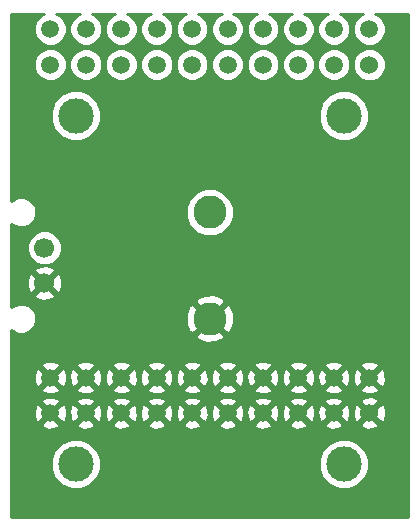
<source format=gbr>
G04 #@! TF.GenerationSoftware,KiCad,Pcbnew,(5.0.0)*
G04 #@! TF.CreationDate,2019-04-06T14:19:34-05:00*
G04 #@! TF.ProjectId,TemperaturePower,54656D7065726174757265506F776572,rev?*
G04 #@! TF.SameCoordinates,Original*
G04 #@! TF.FileFunction,Copper,L2,Bot,Signal*
G04 #@! TF.FilePolarity,Positive*
%FSLAX46Y46*%
G04 Gerber Fmt 4.6, Leading zero omitted, Abs format (unit mm)*
G04 Created by KiCad (PCBNEW (5.0.0)) date 04/06/19 14:19:34*
%MOMM*%
%LPD*%
G01*
G04 APERTURE LIST*
G04 #@! TA.AperFunction,ComponentPad*
%ADD10C,1.524000*%
G04 #@! TD*
G04 #@! TA.AperFunction,ComponentPad*
%ADD11C,1.500000*%
G04 #@! TD*
G04 #@! TA.AperFunction,ComponentPad*
%ADD12C,3.000000*%
G04 #@! TD*
G04 #@! TA.AperFunction,ComponentPad*
%ADD13C,1.700000*%
G04 #@! TD*
G04 #@! TA.AperFunction,ComponentPad*
%ADD14C,2.800000*%
G04 #@! TD*
G04 #@! TA.AperFunction,Conductor*
%ADD15C,0.254000*%
G04 #@! TD*
G04 APERTURE END LIST*
D10*
G04 #@! TO.P,J1,1*
G04 #@! TO.N,VCC*
X148500000Y-101500000D03*
D11*
G04 #@! TO.P,J1,2*
X145500000Y-101500000D03*
G04 #@! TO.P,J1,3*
X142500000Y-101500000D03*
G04 #@! TO.P,J1,4*
X139500000Y-101500000D03*
G04 #@! TO.P,J1,5*
X136500000Y-101500000D03*
G04 #@! TO.P,J1,6*
X133500000Y-101500000D03*
G04 #@! TO.P,J1,7*
X130500000Y-101500000D03*
G04 #@! TO.P,J1,8*
X127500000Y-101500000D03*
G04 #@! TO.P,J1,9*
X124500000Y-101500000D03*
G04 #@! TO.P,J1,10*
X121500000Y-101500000D03*
G04 #@! TO.P,J1,11*
X148500000Y-98500000D03*
G04 #@! TO.P,J1,12*
X145500000Y-98500000D03*
G04 #@! TO.P,J1,13*
X142500000Y-98500000D03*
G04 #@! TO.P,J1,14*
X139500000Y-98500000D03*
G04 #@! TO.P,J1,15*
X136500000Y-98500000D03*
G04 #@! TO.P,J1,16*
X133500000Y-98500000D03*
G04 #@! TO.P,J1,17*
X130500000Y-98500000D03*
G04 #@! TO.P,J1,18*
X127500000Y-98500000D03*
G04 #@! TO.P,J1,19*
X124500000Y-98500000D03*
G04 #@! TO.P,J1,20*
X121500000Y-98500000D03*
D12*
G04 #@! TO.P,J1,*
G04 #@! TO.N,*
X146350000Y-105820000D03*
X123650000Y-105820000D03*
G04 #@! TD*
D13*
G04 #@! TO.P,J2,1*
G04 #@! TO.N,GND*
X121000000Y-120000000D03*
G04 #@! TO.P,J2,2*
G04 #@! TO.N,VCC*
X121000000Y-117000000D03*
G04 #@! TD*
D12*
G04 #@! TO.P,J3,*
G04 #@! TO.N,*
X123650000Y-135320000D03*
X146350000Y-135320000D03*
D11*
G04 #@! TO.P,J3,20*
G04 #@! TO.N,GND*
X121500000Y-128000000D03*
G04 #@! TO.P,J3,19*
X124500000Y-128000000D03*
G04 #@! TO.P,J3,18*
X127500000Y-128000000D03*
G04 #@! TO.P,J3,17*
X130500000Y-128000000D03*
G04 #@! TO.P,J3,16*
X133500000Y-128000000D03*
G04 #@! TO.P,J3,15*
X136500000Y-128000000D03*
G04 #@! TO.P,J3,14*
X139500000Y-128000000D03*
G04 #@! TO.P,J3,13*
X142500000Y-128000000D03*
G04 #@! TO.P,J3,12*
X145500000Y-128000000D03*
G04 #@! TO.P,J3,11*
X148500000Y-128000000D03*
G04 #@! TO.P,J3,10*
X121500000Y-131000000D03*
G04 #@! TO.P,J3,9*
X124500000Y-131000000D03*
G04 #@! TO.P,J3,8*
X127500000Y-131000000D03*
G04 #@! TO.P,J3,7*
X130500000Y-131000000D03*
G04 #@! TO.P,J3,6*
X133500000Y-131000000D03*
G04 #@! TO.P,J3,5*
X136500000Y-131000000D03*
G04 #@! TO.P,J3,4*
X139500000Y-131000000D03*
G04 #@! TO.P,J3,3*
X142500000Y-131000000D03*
G04 #@! TO.P,J3,2*
X145500000Y-131000000D03*
D10*
G04 #@! TO.P,J3,1*
X148500000Y-131000000D03*
G04 #@! TD*
D14*
G04 #@! TO.P,VCC,1*
G04 #@! TO.N,VCC*
X135000000Y-114000000D03*
G04 #@! TD*
G04 #@! TO.P,GND,1*
G04 #@! TO.N,GND*
X135000000Y-123000000D03*
G04 #@! TD*
D15*
G04 #@! TO.N,GND*
G36*
X120715460Y-97325853D02*
X120325853Y-97715460D01*
X120115000Y-98224506D01*
X120115000Y-98775494D01*
X120325853Y-99284540D01*
X120715460Y-99674147D01*
X121224506Y-99885000D01*
X121775494Y-99885000D01*
X122284540Y-99674147D01*
X122674147Y-99284540D01*
X122885000Y-98775494D01*
X122885000Y-98224506D01*
X122674147Y-97715460D01*
X122284540Y-97325853D01*
X122004845Y-97210000D01*
X123995155Y-97210000D01*
X123715460Y-97325853D01*
X123325853Y-97715460D01*
X123115000Y-98224506D01*
X123115000Y-98775494D01*
X123325853Y-99284540D01*
X123715460Y-99674147D01*
X124224506Y-99885000D01*
X124775494Y-99885000D01*
X125284540Y-99674147D01*
X125674147Y-99284540D01*
X125885000Y-98775494D01*
X125885000Y-98224506D01*
X125674147Y-97715460D01*
X125284540Y-97325853D01*
X125004845Y-97210000D01*
X126995155Y-97210000D01*
X126715460Y-97325853D01*
X126325853Y-97715460D01*
X126115000Y-98224506D01*
X126115000Y-98775494D01*
X126325853Y-99284540D01*
X126715460Y-99674147D01*
X127224506Y-99885000D01*
X127775494Y-99885000D01*
X128284540Y-99674147D01*
X128674147Y-99284540D01*
X128885000Y-98775494D01*
X128885000Y-98224506D01*
X128674147Y-97715460D01*
X128284540Y-97325853D01*
X128004845Y-97210000D01*
X129995155Y-97210000D01*
X129715460Y-97325853D01*
X129325853Y-97715460D01*
X129115000Y-98224506D01*
X129115000Y-98775494D01*
X129325853Y-99284540D01*
X129715460Y-99674147D01*
X130224506Y-99885000D01*
X130775494Y-99885000D01*
X131284540Y-99674147D01*
X131674147Y-99284540D01*
X131885000Y-98775494D01*
X131885000Y-98224506D01*
X131674147Y-97715460D01*
X131284540Y-97325853D01*
X131004845Y-97210000D01*
X132995155Y-97210000D01*
X132715460Y-97325853D01*
X132325853Y-97715460D01*
X132115000Y-98224506D01*
X132115000Y-98775494D01*
X132325853Y-99284540D01*
X132715460Y-99674147D01*
X133224506Y-99885000D01*
X133775494Y-99885000D01*
X134284540Y-99674147D01*
X134674147Y-99284540D01*
X134885000Y-98775494D01*
X134885000Y-98224506D01*
X134674147Y-97715460D01*
X134284540Y-97325853D01*
X134004845Y-97210000D01*
X135995155Y-97210000D01*
X135715460Y-97325853D01*
X135325853Y-97715460D01*
X135115000Y-98224506D01*
X135115000Y-98775494D01*
X135325853Y-99284540D01*
X135715460Y-99674147D01*
X136224506Y-99885000D01*
X136775494Y-99885000D01*
X137284540Y-99674147D01*
X137674147Y-99284540D01*
X137885000Y-98775494D01*
X137885000Y-98224506D01*
X137674147Y-97715460D01*
X137284540Y-97325853D01*
X137004845Y-97210000D01*
X138995155Y-97210000D01*
X138715460Y-97325853D01*
X138325853Y-97715460D01*
X138115000Y-98224506D01*
X138115000Y-98775494D01*
X138325853Y-99284540D01*
X138715460Y-99674147D01*
X139224506Y-99885000D01*
X139775494Y-99885000D01*
X140284540Y-99674147D01*
X140674147Y-99284540D01*
X140885000Y-98775494D01*
X140885000Y-98224506D01*
X140674147Y-97715460D01*
X140284540Y-97325853D01*
X140004845Y-97210000D01*
X141995155Y-97210000D01*
X141715460Y-97325853D01*
X141325853Y-97715460D01*
X141115000Y-98224506D01*
X141115000Y-98775494D01*
X141325853Y-99284540D01*
X141715460Y-99674147D01*
X142224506Y-99885000D01*
X142775494Y-99885000D01*
X143284540Y-99674147D01*
X143674147Y-99284540D01*
X143885000Y-98775494D01*
X143885000Y-98224506D01*
X143674147Y-97715460D01*
X143284540Y-97325853D01*
X143004845Y-97210000D01*
X144995155Y-97210000D01*
X144715460Y-97325853D01*
X144325853Y-97715460D01*
X144115000Y-98224506D01*
X144115000Y-98775494D01*
X144325853Y-99284540D01*
X144715460Y-99674147D01*
X145224506Y-99885000D01*
X145775494Y-99885000D01*
X146284540Y-99674147D01*
X146674147Y-99284540D01*
X146885000Y-98775494D01*
X146885000Y-98224506D01*
X146674147Y-97715460D01*
X146284540Y-97325853D01*
X146004845Y-97210000D01*
X147995155Y-97210000D01*
X147715460Y-97325853D01*
X147325853Y-97715460D01*
X147115000Y-98224506D01*
X147115000Y-98775494D01*
X147325853Y-99284540D01*
X147715460Y-99674147D01*
X148224506Y-99885000D01*
X148775494Y-99885000D01*
X149284540Y-99674147D01*
X149674147Y-99284540D01*
X149885000Y-98775494D01*
X149885000Y-98224506D01*
X149674147Y-97715460D01*
X149284540Y-97325853D01*
X149004845Y-97210000D01*
X151790000Y-97210000D01*
X151790001Y-139790000D01*
X118210000Y-139790000D01*
X118210000Y-134895322D01*
X121515000Y-134895322D01*
X121515000Y-135744678D01*
X121840034Y-136529380D01*
X122440620Y-137129966D01*
X123225322Y-137455000D01*
X124074678Y-137455000D01*
X124859380Y-137129966D01*
X125459966Y-136529380D01*
X125785000Y-135744678D01*
X125785000Y-134895322D01*
X144215000Y-134895322D01*
X144215000Y-135744678D01*
X144540034Y-136529380D01*
X145140620Y-137129966D01*
X145925322Y-137455000D01*
X146774678Y-137455000D01*
X147559380Y-137129966D01*
X148159966Y-136529380D01*
X148485000Y-135744678D01*
X148485000Y-134895322D01*
X148159966Y-134110620D01*
X147559380Y-133510034D01*
X146774678Y-133185000D01*
X145925322Y-133185000D01*
X145140620Y-133510034D01*
X144540034Y-134110620D01*
X144215000Y-134895322D01*
X125785000Y-134895322D01*
X125459966Y-134110620D01*
X124859380Y-133510034D01*
X124074678Y-133185000D01*
X123225322Y-133185000D01*
X122440620Y-133510034D01*
X121840034Y-134110620D01*
X121515000Y-134895322D01*
X118210000Y-134895322D01*
X118210000Y-131971517D01*
X120708088Y-131971517D01*
X120776077Y-132212460D01*
X121295171Y-132397201D01*
X121845448Y-132369230D01*
X122223923Y-132212460D01*
X122291912Y-131971517D01*
X123708088Y-131971517D01*
X123776077Y-132212460D01*
X124295171Y-132397201D01*
X124845448Y-132369230D01*
X125223923Y-132212460D01*
X125291912Y-131971517D01*
X126708088Y-131971517D01*
X126776077Y-132212460D01*
X127295171Y-132397201D01*
X127845448Y-132369230D01*
X128223923Y-132212460D01*
X128291912Y-131971517D01*
X129708088Y-131971517D01*
X129776077Y-132212460D01*
X130295171Y-132397201D01*
X130845448Y-132369230D01*
X131223923Y-132212460D01*
X131291912Y-131971517D01*
X132708088Y-131971517D01*
X132776077Y-132212460D01*
X133295171Y-132397201D01*
X133845448Y-132369230D01*
X134223923Y-132212460D01*
X134291912Y-131971517D01*
X135708088Y-131971517D01*
X135776077Y-132212460D01*
X136295171Y-132397201D01*
X136845448Y-132369230D01*
X137223923Y-132212460D01*
X137291912Y-131971517D01*
X138708088Y-131971517D01*
X138776077Y-132212460D01*
X139295171Y-132397201D01*
X139845448Y-132369230D01*
X140223923Y-132212460D01*
X140291912Y-131971517D01*
X141708088Y-131971517D01*
X141776077Y-132212460D01*
X142295171Y-132397201D01*
X142845448Y-132369230D01*
X143223923Y-132212460D01*
X143291912Y-131971517D01*
X144708088Y-131971517D01*
X144776077Y-132212460D01*
X145295171Y-132397201D01*
X145845448Y-132369230D01*
X146223923Y-132212460D01*
X146289458Y-131980213D01*
X147699392Y-131980213D01*
X147768857Y-132222397D01*
X148292302Y-132409144D01*
X148847368Y-132381362D01*
X149231143Y-132222397D01*
X149300608Y-131980213D01*
X148500000Y-131179605D01*
X147699392Y-131980213D01*
X146289458Y-131980213D01*
X146291912Y-131971517D01*
X145500000Y-131179605D01*
X144708088Y-131971517D01*
X143291912Y-131971517D01*
X142500000Y-131179605D01*
X141708088Y-131971517D01*
X140291912Y-131971517D01*
X139500000Y-131179605D01*
X138708088Y-131971517D01*
X137291912Y-131971517D01*
X136500000Y-131179605D01*
X135708088Y-131971517D01*
X134291912Y-131971517D01*
X133500000Y-131179605D01*
X132708088Y-131971517D01*
X131291912Y-131971517D01*
X130500000Y-131179605D01*
X129708088Y-131971517D01*
X128291912Y-131971517D01*
X127500000Y-131179605D01*
X126708088Y-131971517D01*
X125291912Y-131971517D01*
X124500000Y-131179605D01*
X123708088Y-131971517D01*
X122291912Y-131971517D01*
X121500000Y-131179605D01*
X120708088Y-131971517D01*
X118210000Y-131971517D01*
X118210000Y-130795171D01*
X120102799Y-130795171D01*
X120130770Y-131345448D01*
X120287540Y-131723923D01*
X120528483Y-131791912D01*
X121320395Y-131000000D01*
X121679605Y-131000000D01*
X122471517Y-131791912D01*
X122712460Y-131723923D01*
X122897201Y-131204829D01*
X122876378Y-130795171D01*
X123102799Y-130795171D01*
X123130770Y-131345448D01*
X123287540Y-131723923D01*
X123528483Y-131791912D01*
X124320395Y-131000000D01*
X124679605Y-131000000D01*
X125471517Y-131791912D01*
X125712460Y-131723923D01*
X125897201Y-131204829D01*
X125876378Y-130795171D01*
X126102799Y-130795171D01*
X126130770Y-131345448D01*
X126287540Y-131723923D01*
X126528483Y-131791912D01*
X127320395Y-131000000D01*
X127679605Y-131000000D01*
X128471517Y-131791912D01*
X128712460Y-131723923D01*
X128897201Y-131204829D01*
X128876378Y-130795171D01*
X129102799Y-130795171D01*
X129130770Y-131345448D01*
X129287540Y-131723923D01*
X129528483Y-131791912D01*
X130320395Y-131000000D01*
X130679605Y-131000000D01*
X131471517Y-131791912D01*
X131712460Y-131723923D01*
X131897201Y-131204829D01*
X131876378Y-130795171D01*
X132102799Y-130795171D01*
X132130770Y-131345448D01*
X132287540Y-131723923D01*
X132528483Y-131791912D01*
X133320395Y-131000000D01*
X133679605Y-131000000D01*
X134471517Y-131791912D01*
X134712460Y-131723923D01*
X134897201Y-131204829D01*
X134876378Y-130795171D01*
X135102799Y-130795171D01*
X135130770Y-131345448D01*
X135287540Y-131723923D01*
X135528483Y-131791912D01*
X136320395Y-131000000D01*
X136679605Y-131000000D01*
X137471517Y-131791912D01*
X137712460Y-131723923D01*
X137897201Y-131204829D01*
X137876378Y-130795171D01*
X138102799Y-130795171D01*
X138130770Y-131345448D01*
X138287540Y-131723923D01*
X138528483Y-131791912D01*
X139320395Y-131000000D01*
X139679605Y-131000000D01*
X140471517Y-131791912D01*
X140712460Y-131723923D01*
X140897201Y-131204829D01*
X140876378Y-130795171D01*
X141102799Y-130795171D01*
X141130770Y-131345448D01*
X141287540Y-131723923D01*
X141528483Y-131791912D01*
X142320395Y-131000000D01*
X142679605Y-131000000D01*
X143471517Y-131791912D01*
X143712460Y-131723923D01*
X143897201Y-131204829D01*
X143876378Y-130795171D01*
X144102799Y-130795171D01*
X144130770Y-131345448D01*
X144287540Y-131723923D01*
X144528483Y-131791912D01*
X145320395Y-131000000D01*
X145679605Y-131000000D01*
X146471517Y-131791912D01*
X146712460Y-131723923D01*
X146897201Y-131204829D01*
X146876232Y-130792302D01*
X147090856Y-130792302D01*
X147118638Y-131347368D01*
X147277603Y-131731143D01*
X147519787Y-131800608D01*
X148320395Y-131000000D01*
X148679605Y-131000000D01*
X149480213Y-131800608D01*
X149722397Y-131731143D01*
X149909144Y-131207698D01*
X149881362Y-130652632D01*
X149722397Y-130268857D01*
X149480213Y-130199392D01*
X148679605Y-131000000D01*
X148320395Y-131000000D01*
X147519787Y-130199392D01*
X147277603Y-130268857D01*
X147090856Y-130792302D01*
X146876232Y-130792302D01*
X146869230Y-130654552D01*
X146712460Y-130276077D01*
X146471517Y-130208088D01*
X145679605Y-131000000D01*
X145320395Y-131000000D01*
X144528483Y-130208088D01*
X144287540Y-130276077D01*
X144102799Y-130795171D01*
X143876378Y-130795171D01*
X143869230Y-130654552D01*
X143712460Y-130276077D01*
X143471517Y-130208088D01*
X142679605Y-131000000D01*
X142320395Y-131000000D01*
X141528483Y-130208088D01*
X141287540Y-130276077D01*
X141102799Y-130795171D01*
X140876378Y-130795171D01*
X140869230Y-130654552D01*
X140712460Y-130276077D01*
X140471517Y-130208088D01*
X139679605Y-131000000D01*
X139320395Y-131000000D01*
X138528483Y-130208088D01*
X138287540Y-130276077D01*
X138102799Y-130795171D01*
X137876378Y-130795171D01*
X137869230Y-130654552D01*
X137712460Y-130276077D01*
X137471517Y-130208088D01*
X136679605Y-131000000D01*
X136320395Y-131000000D01*
X135528483Y-130208088D01*
X135287540Y-130276077D01*
X135102799Y-130795171D01*
X134876378Y-130795171D01*
X134869230Y-130654552D01*
X134712460Y-130276077D01*
X134471517Y-130208088D01*
X133679605Y-131000000D01*
X133320395Y-131000000D01*
X132528483Y-130208088D01*
X132287540Y-130276077D01*
X132102799Y-130795171D01*
X131876378Y-130795171D01*
X131869230Y-130654552D01*
X131712460Y-130276077D01*
X131471517Y-130208088D01*
X130679605Y-131000000D01*
X130320395Y-131000000D01*
X129528483Y-130208088D01*
X129287540Y-130276077D01*
X129102799Y-130795171D01*
X128876378Y-130795171D01*
X128869230Y-130654552D01*
X128712460Y-130276077D01*
X128471517Y-130208088D01*
X127679605Y-131000000D01*
X127320395Y-131000000D01*
X126528483Y-130208088D01*
X126287540Y-130276077D01*
X126102799Y-130795171D01*
X125876378Y-130795171D01*
X125869230Y-130654552D01*
X125712460Y-130276077D01*
X125471517Y-130208088D01*
X124679605Y-131000000D01*
X124320395Y-131000000D01*
X123528483Y-130208088D01*
X123287540Y-130276077D01*
X123102799Y-130795171D01*
X122876378Y-130795171D01*
X122869230Y-130654552D01*
X122712460Y-130276077D01*
X122471517Y-130208088D01*
X121679605Y-131000000D01*
X121320395Y-131000000D01*
X120528483Y-130208088D01*
X120287540Y-130276077D01*
X120102799Y-130795171D01*
X118210000Y-130795171D01*
X118210000Y-130028483D01*
X120708088Y-130028483D01*
X121500000Y-130820395D01*
X122291912Y-130028483D01*
X123708088Y-130028483D01*
X124500000Y-130820395D01*
X125291912Y-130028483D01*
X126708088Y-130028483D01*
X127500000Y-130820395D01*
X128291912Y-130028483D01*
X129708088Y-130028483D01*
X130500000Y-130820395D01*
X131291912Y-130028483D01*
X132708088Y-130028483D01*
X133500000Y-130820395D01*
X134291912Y-130028483D01*
X135708088Y-130028483D01*
X136500000Y-130820395D01*
X137291912Y-130028483D01*
X138708088Y-130028483D01*
X139500000Y-130820395D01*
X140291912Y-130028483D01*
X141708088Y-130028483D01*
X142500000Y-130820395D01*
X143291912Y-130028483D01*
X144708088Y-130028483D01*
X145500000Y-130820395D01*
X146291912Y-130028483D01*
X146289459Y-130019787D01*
X147699392Y-130019787D01*
X148500000Y-130820395D01*
X149300608Y-130019787D01*
X149231143Y-129777603D01*
X148707698Y-129590856D01*
X148152632Y-129618638D01*
X147768857Y-129777603D01*
X147699392Y-130019787D01*
X146289459Y-130019787D01*
X146223923Y-129787540D01*
X145704829Y-129602799D01*
X145154552Y-129630770D01*
X144776077Y-129787540D01*
X144708088Y-130028483D01*
X143291912Y-130028483D01*
X143223923Y-129787540D01*
X142704829Y-129602799D01*
X142154552Y-129630770D01*
X141776077Y-129787540D01*
X141708088Y-130028483D01*
X140291912Y-130028483D01*
X140223923Y-129787540D01*
X139704829Y-129602799D01*
X139154552Y-129630770D01*
X138776077Y-129787540D01*
X138708088Y-130028483D01*
X137291912Y-130028483D01*
X137223923Y-129787540D01*
X136704829Y-129602799D01*
X136154552Y-129630770D01*
X135776077Y-129787540D01*
X135708088Y-130028483D01*
X134291912Y-130028483D01*
X134223923Y-129787540D01*
X133704829Y-129602799D01*
X133154552Y-129630770D01*
X132776077Y-129787540D01*
X132708088Y-130028483D01*
X131291912Y-130028483D01*
X131223923Y-129787540D01*
X130704829Y-129602799D01*
X130154552Y-129630770D01*
X129776077Y-129787540D01*
X129708088Y-130028483D01*
X128291912Y-130028483D01*
X128223923Y-129787540D01*
X127704829Y-129602799D01*
X127154552Y-129630770D01*
X126776077Y-129787540D01*
X126708088Y-130028483D01*
X125291912Y-130028483D01*
X125223923Y-129787540D01*
X124704829Y-129602799D01*
X124154552Y-129630770D01*
X123776077Y-129787540D01*
X123708088Y-130028483D01*
X122291912Y-130028483D01*
X122223923Y-129787540D01*
X121704829Y-129602799D01*
X121154552Y-129630770D01*
X120776077Y-129787540D01*
X120708088Y-130028483D01*
X118210000Y-130028483D01*
X118210000Y-128971517D01*
X120708088Y-128971517D01*
X120776077Y-129212460D01*
X121295171Y-129397201D01*
X121845448Y-129369230D01*
X122223923Y-129212460D01*
X122291912Y-128971517D01*
X123708088Y-128971517D01*
X123776077Y-129212460D01*
X124295171Y-129397201D01*
X124845448Y-129369230D01*
X125223923Y-129212460D01*
X125291912Y-128971517D01*
X126708088Y-128971517D01*
X126776077Y-129212460D01*
X127295171Y-129397201D01*
X127845448Y-129369230D01*
X128223923Y-129212460D01*
X128291912Y-128971517D01*
X129708088Y-128971517D01*
X129776077Y-129212460D01*
X130295171Y-129397201D01*
X130845448Y-129369230D01*
X131223923Y-129212460D01*
X131291912Y-128971517D01*
X132708088Y-128971517D01*
X132776077Y-129212460D01*
X133295171Y-129397201D01*
X133845448Y-129369230D01*
X134223923Y-129212460D01*
X134291912Y-128971517D01*
X135708088Y-128971517D01*
X135776077Y-129212460D01*
X136295171Y-129397201D01*
X136845448Y-129369230D01*
X137223923Y-129212460D01*
X137291912Y-128971517D01*
X138708088Y-128971517D01*
X138776077Y-129212460D01*
X139295171Y-129397201D01*
X139845448Y-129369230D01*
X140223923Y-129212460D01*
X140291912Y-128971517D01*
X141708088Y-128971517D01*
X141776077Y-129212460D01*
X142295171Y-129397201D01*
X142845448Y-129369230D01*
X143223923Y-129212460D01*
X143291912Y-128971517D01*
X144708088Y-128971517D01*
X144776077Y-129212460D01*
X145295171Y-129397201D01*
X145845448Y-129369230D01*
X146223923Y-129212460D01*
X146291912Y-128971517D01*
X147708088Y-128971517D01*
X147776077Y-129212460D01*
X148295171Y-129397201D01*
X148845448Y-129369230D01*
X149223923Y-129212460D01*
X149291912Y-128971517D01*
X148500000Y-128179605D01*
X147708088Y-128971517D01*
X146291912Y-128971517D01*
X145500000Y-128179605D01*
X144708088Y-128971517D01*
X143291912Y-128971517D01*
X142500000Y-128179605D01*
X141708088Y-128971517D01*
X140291912Y-128971517D01*
X139500000Y-128179605D01*
X138708088Y-128971517D01*
X137291912Y-128971517D01*
X136500000Y-128179605D01*
X135708088Y-128971517D01*
X134291912Y-128971517D01*
X133500000Y-128179605D01*
X132708088Y-128971517D01*
X131291912Y-128971517D01*
X130500000Y-128179605D01*
X129708088Y-128971517D01*
X128291912Y-128971517D01*
X127500000Y-128179605D01*
X126708088Y-128971517D01*
X125291912Y-128971517D01*
X124500000Y-128179605D01*
X123708088Y-128971517D01*
X122291912Y-128971517D01*
X121500000Y-128179605D01*
X120708088Y-128971517D01*
X118210000Y-128971517D01*
X118210000Y-127795171D01*
X120102799Y-127795171D01*
X120130770Y-128345448D01*
X120287540Y-128723923D01*
X120528483Y-128791912D01*
X121320395Y-128000000D01*
X121679605Y-128000000D01*
X122471517Y-128791912D01*
X122712460Y-128723923D01*
X122897201Y-128204829D01*
X122876378Y-127795171D01*
X123102799Y-127795171D01*
X123130770Y-128345448D01*
X123287540Y-128723923D01*
X123528483Y-128791912D01*
X124320395Y-128000000D01*
X124679605Y-128000000D01*
X125471517Y-128791912D01*
X125712460Y-128723923D01*
X125897201Y-128204829D01*
X125876378Y-127795171D01*
X126102799Y-127795171D01*
X126130770Y-128345448D01*
X126287540Y-128723923D01*
X126528483Y-128791912D01*
X127320395Y-128000000D01*
X127679605Y-128000000D01*
X128471517Y-128791912D01*
X128712460Y-128723923D01*
X128897201Y-128204829D01*
X128876378Y-127795171D01*
X129102799Y-127795171D01*
X129130770Y-128345448D01*
X129287540Y-128723923D01*
X129528483Y-128791912D01*
X130320395Y-128000000D01*
X130679605Y-128000000D01*
X131471517Y-128791912D01*
X131712460Y-128723923D01*
X131897201Y-128204829D01*
X131876378Y-127795171D01*
X132102799Y-127795171D01*
X132130770Y-128345448D01*
X132287540Y-128723923D01*
X132528483Y-128791912D01*
X133320395Y-128000000D01*
X133679605Y-128000000D01*
X134471517Y-128791912D01*
X134712460Y-128723923D01*
X134897201Y-128204829D01*
X134876378Y-127795171D01*
X135102799Y-127795171D01*
X135130770Y-128345448D01*
X135287540Y-128723923D01*
X135528483Y-128791912D01*
X136320395Y-128000000D01*
X136679605Y-128000000D01*
X137471517Y-128791912D01*
X137712460Y-128723923D01*
X137897201Y-128204829D01*
X137876378Y-127795171D01*
X138102799Y-127795171D01*
X138130770Y-128345448D01*
X138287540Y-128723923D01*
X138528483Y-128791912D01*
X139320395Y-128000000D01*
X139679605Y-128000000D01*
X140471517Y-128791912D01*
X140712460Y-128723923D01*
X140897201Y-128204829D01*
X140876378Y-127795171D01*
X141102799Y-127795171D01*
X141130770Y-128345448D01*
X141287540Y-128723923D01*
X141528483Y-128791912D01*
X142320395Y-128000000D01*
X142679605Y-128000000D01*
X143471517Y-128791912D01*
X143712460Y-128723923D01*
X143897201Y-128204829D01*
X143876378Y-127795171D01*
X144102799Y-127795171D01*
X144130770Y-128345448D01*
X144287540Y-128723923D01*
X144528483Y-128791912D01*
X145320395Y-128000000D01*
X145679605Y-128000000D01*
X146471517Y-128791912D01*
X146712460Y-128723923D01*
X146897201Y-128204829D01*
X146876378Y-127795171D01*
X147102799Y-127795171D01*
X147130770Y-128345448D01*
X147287540Y-128723923D01*
X147528483Y-128791912D01*
X148320395Y-128000000D01*
X148679605Y-128000000D01*
X149471517Y-128791912D01*
X149712460Y-128723923D01*
X149897201Y-128204829D01*
X149869230Y-127654552D01*
X149712460Y-127276077D01*
X149471517Y-127208088D01*
X148679605Y-128000000D01*
X148320395Y-128000000D01*
X147528483Y-127208088D01*
X147287540Y-127276077D01*
X147102799Y-127795171D01*
X146876378Y-127795171D01*
X146869230Y-127654552D01*
X146712460Y-127276077D01*
X146471517Y-127208088D01*
X145679605Y-128000000D01*
X145320395Y-128000000D01*
X144528483Y-127208088D01*
X144287540Y-127276077D01*
X144102799Y-127795171D01*
X143876378Y-127795171D01*
X143869230Y-127654552D01*
X143712460Y-127276077D01*
X143471517Y-127208088D01*
X142679605Y-128000000D01*
X142320395Y-128000000D01*
X141528483Y-127208088D01*
X141287540Y-127276077D01*
X141102799Y-127795171D01*
X140876378Y-127795171D01*
X140869230Y-127654552D01*
X140712460Y-127276077D01*
X140471517Y-127208088D01*
X139679605Y-128000000D01*
X139320395Y-128000000D01*
X138528483Y-127208088D01*
X138287540Y-127276077D01*
X138102799Y-127795171D01*
X137876378Y-127795171D01*
X137869230Y-127654552D01*
X137712460Y-127276077D01*
X137471517Y-127208088D01*
X136679605Y-128000000D01*
X136320395Y-128000000D01*
X135528483Y-127208088D01*
X135287540Y-127276077D01*
X135102799Y-127795171D01*
X134876378Y-127795171D01*
X134869230Y-127654552D01*
X134712460Y-127276077D01*
X134471517Y-127208088D01*
X133679605Y-128000000D01*
X133320395Y-128000000D01*
X132528483Y-127208088D01*
X132287540Y-127276077D01*
X132102799Y-127795171D01*
X131876378Y-127795171D01*
X131869230Y-127654552D01*
X131712460Y-127276077D01*
X131471517Y-127208088D01*
X130679605Y-128000000D01*
X130320395Y-128000000D01*
X129528483Y-127208088D01*
X129287540Y-127276077D01*
X129102799Y-127795171D01*
X128876378Y-127795171D01*
X128869230Y-127654552D01*
X128712460Y-127276077D01*
X128471517Y-127208088D01*
X127679605Y-128000000D01*
X127320395Y-128000000D01*
X126528483Y-127208088D01*
X126287540Y-127276077D01*
X126102799Y-127795171D01*
X125876378Y-127795171D01*
X125869230Y-127654552D01*
X125712460Y-127276077D01*
X125471517Y-127208088D01*
X124679605Y-128000000D01*
X124320395Y-128000000D01*
X123528483Y-127208088D01*
X123287540Y-127276077D01*
X123102799Y-127795171D01*
X122876378Y-127795171D01*
X122869230Y-127654552D01*
X122712460Y-127276077D01*
X122471517Y-127208088D01*
X121679605Y-128000000D01*
X121320395Y-128000000D01*
X120528483Y-127208088D01*
X120287540Y-127276077D01*
X120102799Y-127795171D01*
X118210000Y-127795171D01*
X118210000Y-127028483D01*
X120708088Y-127028483D01*
X121500000Y-127820395D01*
X122291912Y-127028483D01*
X123708088Y-127028483D01*
X124500000Y-127820395D01*
X125291912Y-127028483D01*
X126708088Y-127028483D01*
X127500000Y-127820395D01*
X128291912Y-127028483D01*
X129708088Y-127028483D01*
X130500000Y-127820395D01*
X131291912Y-127028483D01*
X132708088Y-127028483D01*
X133500000Y-127820395D01*
X134291912Y-127028483D01*
X135708088Y-127028483D01*
X136500000Y-127820395D01*
X137291912Y-127028483D01*
X138708088Y-127028483D01*
X139500000Y-127820395D01*
X140291912Y-127028483D01*
X141708088Y-127028483D01*
X142500000Y-127820395D01*
X143291912Y-127028483D01*
X144708088Y-127028483D01*
X145500000Y-127820395D01*
X146291912Y-127028483D01*
X147708088Y-127028483D01*
X148500000Y-127820395D01*
X149291912Y-127028483D01*
X149223923Y-126787540D01*
X148704829Y-126602799D01*
X148154552Y-126630770D01*
X147776077Y-126787540D01*
X147708088Y-127028483D01*
X146291912Y-127028483D01*
X146223923Y-126787540D01*
X145704829Y-126602799D01*
X145154552Y-126630770D01*
X144776077Y-126787540D01*
X144708088Y-127028483D01*
X143291912Y-127028483D01*
X143223923Y-126787540D01*
X142704829Y-126602799D01*
X142154552Y-126630770D01*
X141776077Y-126787540D01*
X141708088Y-127028483D01*
X140291912Y-127028483D01*
X140223923Y-126787540D01*
X139704829Y-126602799D01*
X139154552Y-126630770D01*
X138776077Y-126787540D01*
X138708088Y-127028483D01*
X137291912Y-127028483D01*
X137223923Y-126787540D01*
X136704829Y-126602799D01*
X136154552Y-126630770D01*
X135776077Y-126787540D01*
X135708088Y-127028483D01*
X134291912Y-127028483D01*
X134223923Y-126787540D01*
X133704829Y-126602799D01*
X133154552Y-126630770D01*
X132776077Y-126787540D01*
X132708088Y-127028483D01*
X131291912Y-127028483D01*
X131223923Y-126787540D01*
X130704829Y-126602799D01*
X130154552Y-126630770D01*
X129776077Y-126787540D01*
X129708088Y-127028483D01*
X128291912Y-127028483D01*
X128223923Y-126787540D01*
X127704829Y-126602799D01*
X127154552Y-126630770D01*
X126776077Y-126787540D01*
X126708088Y-127028483D01*
X125291912Y-127028483D01*
X125223923Y-126787540D01*
X124704829Y-126602799D01*
X124154552Y-126630770D01*
X123776077Y-126787540D01*
X123708088Y-127028483D01*
X122291912Y-127028483D01*
X122223923Y-126787540D01*
X121704829Y-126602799D01*
X121154552Y-126630770D01*
X120776077Y-126787540D01*
X120708088Y-127028483D01*
X118210000Y-127028483D01*
X118210000Y-124441724D01*
X133737882Y-124441724D01*
X133885455Y-124750106D01*
X134640031Y-125043405D01*
X135449409Y-125025614D01*
X136114545Y-124750106D01*
X136262118Y-124441724D01*
X135000000Y-123179605D01*
X133737882Y-124441724D01*
X118210000Y-124441724D01*
X118210000Y-123966051D01*
X118320603Y-124076654D01*
X118787381Y-124270000D01*
X119292619Y-124270000D01*
X119759397Y-124076654D01*
X120116654Y-123719397D01*
X120310000Y-123252619D01*
X120310000Y-122747381D01*
X120265535Y-122640031D01*
X132956595Y-122640031D01*
X132974386Y-123449409D01*
X133249894Y-124114545D01*
X133558276Y-124262118D01*
X134820395Y-123000000D01*
X135179605Y-123000000D01*
X136441724Y-124262118D01*
X136750106Y-124114545D01*
X137043405Y-123359969D01*
X137025614Y-122550591D01*
X136750106Y-121885455D01*
X136441724Y-121737882D01*
X135179605Y-123000000D01*
X134820395Y-123000000D01*
X133558276Y-121737882D01*
X133249894Y-121885455D01*
X132956595Y-122640031D01*
X120265535Y-122640031D01*
X120116654Y-122280603D01*
X119759397Y-121923346D01*
X119292619Y-121730000D01*
X118787381Y-121730000D01*
X118320603Y-121923346D01*
X118210000Y-122033949D01*
X118210000Y-121558276D01*
X133737882Y-121558276D01*
X135000000Y-122820395D01*
X136262118Y-121558276D01*
X136114545Y-121249894D01*
X135359969Y-120956595D01*
X134550591Y-120974386D01*
X133885455Y-121249894D01*
X133737882Y-121558276D01*
X118210000Y-121558276D01*
X118210000Y-121043958D01*
X120135647Y-121043958D01*
X120215920Y-121295259D01*
X120771279Y-121496718D01*
X121361458Y-121470315D01*
X121784080Y-121295259D01*
X121864353Y-121043958D01*
X121000000Y-120179605D01*
X120135647Y-121043958D01*
X118210000Y-121043958D01*
X118210000Y-119771279D01*
X119503282Y-119771279D01*
X119529685Y-120361458D01*
X119704741Y-120784080D01*
X119956042Y-120864353D01*
X120820395Y-120000000D01*
X121179605Y-120000000D01*
X122043958Y-120864353D01*
X122295259Y-120784080D01*
X122496718Y-120228721D01*
X122470315Y-119638542D01*
X122295259Y-119215920D01*
X122043958Y-119135647D01*
X121179605Y-120000000D01*
X120820395Y-120000000D01*
X119956042Y-119135647D01*
X119704741Y-119215920D01*
X119503282Y-119771279D01*
X118210000Y-119771279D01*
X118210000Y-118956042D01*
X120135647Y-118956042D01*
X121000000Y-119820395D01*
X121864353Y-118956042D01*
X121784080Y-118704741D01*
X121228721Y-118503282D01*
X120638542Y-118529685D01*
X120215920Y-118704741D01*
X120135647Y-118956042D01*
X118210000Y-118956042D01*
X118210000Y-116704615D01*
X119515000Y-116704615D01*
X119515000Y-117295385D01*
X119741078Y-117841185D01*
X120158815Y-118258922D01*
X120704615Y-118485000D01*
X121295385Y-118485000D01*
X121841185Y-118258922D01*
X122258922Y-117841185D01*
X122485000Y-117295385D01*
X122485000Y-116704615D01*
X122258922Y-116158815D01*
X121841185Y-115741078D01*
X121295385Y-115515000D01*
X120704615Y-115515000D01*
X120158815Y-115741078D01*
X119741078Y-116158815D01*
X119515000Y-116704615D01*
X118210000Y-116704615D01*
X118210000Y-114966051D01*
X118320603Y-115076654D01*
X118787381Y-115270000D01*
X119292619Y-115270000D01*
X119759397Y-115076654D01*
X120116654Y-114719397D01*
X120310000Y-114252619D01*
X120310000Y-113747381D01*
X120246970Y-113595213D01*
X132965000Y-113595213D01*
X132965000Y-114404787D01*
X133274810Y-115152735D01*
X133847265Y-115725190D01*
X134595213Y-116035000D01*
X135404787Y-116035000D01*
X136152735Y-115725190D01*
X136725190Y-115152735D01*
X137035000Y-114404787D01*
X137035000Y-113595213D01*
X136725190Y-112847265D01*
X136152735Y-112274810D01*
X135404787Y-111965000D01*
X134595213Y-111965000D01*
X133847265Y-112274810D01*
X133274810Y-112847265D01*
X132965000Y-113595213D01*
X120246970Y-113595213D01*
X120116654Y-113280603D01*
X119759397Y-112923346D01*
X119292619Y-112730000D01*
X118787381Y-112730000D01*
X118320603Y-112923346D01*
X118210000Y-113033949D01*
X118210000Y-105395322D01*
X121515000Y-105395322D01*
X121515000Y-106244678D01*
X121840034Y-107029380D01*
X122440620Y-107629966D01*
X123225322Y-107955000D01*
X124074678Y-107955000D01*
X124859380Y-107629966D01*
X125459966Y-107029380D01*
X125785000Y-106244678D01*
X125785000Y-105395322D01*
X144215000Y-105395322D01*
X144215000Y-106244678D01*
X144540034Y-107029380D01*
X145140620Y-107629966D01*
X145925322Y-107955000D01*
X146774678Y-107955000D01*
X147559380Y-107629966D01*
X148159966Y-107029380D01*
X148485000Y-106244678D01*
X148485000Y-105395322D01*
X148159966Y-104610620D01*
X147559380Y-104010034D01*
X146774678Y-103685000D01*
X145925322Y-103685000D01*
X145140620Y-104010034D01*
X144540034Y-104610620D01*
X144215000Y-105395322D01*
X125785000Y-105395322D01*
X125459966Y-104610620D01*
X124859380Y-104010034D01*
X124074678Y-103685000D01*
X123225322Y-103685000D01*
X122440620Y-104010034D01*
X121840034Y-104610620D01*
X121515000Y-105395322D01*
X118210000Y-105395322D01*
X118210000Y-101224506D01*
X120115000Y-101224506D01*
X120115000Y-101775494D01*
X120325853Y-102284540D01*
X120715460Y-102674147D01*
X121224506Y-102885000D01*
X121775494Y-102885000D01*
X122284540Y-102674147D01*
X122674147Y-102284540D01*
X122885000Y-101775494D01*
X122885000Y-101224506D01*
X123115000Y-101224506D01*
X123115000Y-101775494D01*
X123325853Y-102284540D01*
X123715460Y-102674147D01*
X124224506Y-102885000D01*
X124775494Y-102885000D01*
X125284540Y-102674147D01*
X125674147Y-102284540D01*
X125885000Y-101775494D01*
X125885000Y-101224506D01*
X126115000Y-101224506D01*
X126115000Y-101775494D01*
X126325853Y-102284540D01*
X126715460Y-102674147D01*
X127224506Y-102885000D01*
X127775494Y-102885000D01*
X128284540Y-102674147D01*
X128674147Y-102284540D01*
X128885000Y-101775494D01*
X128885000Y-101224506D01*
X129115000Y-101224506D01*
X129115000Y-101775494D01*
X129325853Y-102284540D01*
X129715460Y-102674147D01*
X130224506Y-102885000D01*
X130775494Y-102885000D01*
X131284540Y-102674147D01*
X131674147Y-102284540D01*
X131885000Y-101775494D01*
X131885000Y-101224506D01*
X132115000Y-101224506D01*
X132115000Y-101775494D01*
X132325853Y-102284540D01*
X132715460Y-102674147D01*
X133224506Y-102885000D01*
X133775494Y-102885000D01*
X134284540Y-102674147D01*
X134674147Y-102284540D01*
X134885000Y-101775494D01*
X134885000Y-101224506D01*
X135115000Y-101224506D01*
X135115000Y-101775494D01*
X135325853Y-102284540D01*
X135715460Y-102674147D01*
X136224506Y-102885000D01*
X136775494Y-102885000D01*
X137284540Y-102674147D01*
X137674147Y-102284540D01*
X137885000Y-101775494D01*
X137885000Y-101224506D01*
X138115000Y-101224506D01*
X138115000Y-101775494D01*
X138325853Y-102284540D01*
X138715460Y-102674147D01*
X139224506Y-102885000D01*
X139775494Y-102885000D01*
X140284540Y-102674147D01*
X140674147Y-102284540D01*
X140885000Y-101775494D01*
X140885000Y-101224506D01*
X141115000Y-101224506D01*
X141115000Y-101775494D01*
X141325853Y-102284540D01*
X141715460Y-102674147D01*
X142224506Y-102885000D01*
X142775494Y-102885000D01*
X143284540Y-102674147D01*
X143674147Y-102284540D01*
X143885000Y-101775494D01*
X143885000Y-101224506D01*
X144115000Y-101224506D01*
X144115000Y-101775494D01*
X144325853Y-102284540D01*
X144715460Y-102674147D01*
X145224506Y-102885000D01*
X145775494Y-102885000D01*
X146284540Y-102674147D01*
X146674147Y-102284540D01*
X146885000Y-101775494D01*
X146885000Y-101224506D01*
X146884012Y-101222119D01*
X147103000Y-101222119D01*
X147103000Y-101777881D01*
X147315680Y-102291337D01*
X147708663Y-102684320D01*
X148222119Y-102897000D01*
X148777881Y-102897000D01*
X149291337Y-102684320D01*
X149684320Y-102291337D01*
X149897000Y-101777881D01*
X149897000Y-101222119D01*
X149684320Y-100708663D01*
X149291337Y-100315680D01*
X148777881Y-100103000D01*
X148222119Y-100103000D01*
X147708663Y-100315680D01*
X147315680Y-100708663D01*
X147103000Y-101222119D01*
X146884012Y-101222119D01*
X146674147Y-100715460D01*
X146284540Y-100325853D01*
X145775494Y-100115000D01*
X145224506Y-100115000D01*
X144715460Y-100325853D01*
X144325853Y-100715460D01*
X144115000Y-101224506D01*
X143885000Y-101224506D01*
X143674147Y-100715460D01*
X143284540Y-100325853D01*
X142775494Y-100115000D01*
X142224506Y-100115000D01*
X141715460Y-100325853D01*
X141325853Y-100715460D01*
X141115000Y-101224506D01*
X140885000Y-101224506D01*
X140674147Y-100715460D01*
X140284540Y-100325853D01*
X139775494Y-100115000D01*
X139224506Y-100115000D01*
X138715460Y-100325853D01*
X138325853Y-100715460D01*
X138115000Y-101224506D01*
X137885000Y-101224506D01*
X137674147Y-100715460D01*
X137284540Y-100325853D01*
X136775494Y-100115000D01*
X136224506Y-100115000D01*
X135715460Y-100325853D01*
X135325853Y-100715460D01*
X135115000Y-101224506D01*
X134885000Y-101224506D01*
X134674147Y-100715460D01*
X134284540Y-100325853D01*
X133775494Y-100115000D01*
X133224506Y-100115000D01*
X132715460Y-100325853D01*
X132325853Y-100715460D01*
X132115000Y-101224506D01*
X131885000Y-101224506D01*
X131674147Y-100715460D01*
X131284540Y-100325853D01*
X130775494Y-100115000D01*
X130224506Y-100115000D01*
X129715460Y-100325853D01*
X129325853Y-100715460D01*
X129115000Y-101224506D01*
X128885000Y-101224506D01*
X128674147Y-100715460D01*
X128284540Y-100325853D01*
X127775494Y-100115000D01*
X127224506Y-100115000D01*
X126715460Y-100325853D01*
X126325853Y-100715460D01*
X126115000Y-101224506D01*
X125885000Y-101224506D01*
X125674147Y-100715460D01*
X125284540Y-100325853D01*
X124775494Y-100115000D01*
X124224506Y-100115000D01*
X123715460Y-100325853D01*
X123325853Y-100715460D01*
X123115000Y-101224506D01*
X122885000Y-101224506D01*
X122674147Y-100715460D01*
X122284540Y-100325853D01*
X121775494Y-100115000D01*
X121224506Y-100115000D01*
X120715460Y-100325853D01*
X120325853Y-100715460D01*
X120115000Y-101224506D01*
X118210000Y-101224506D01*
X118210000Y-97210000D01*
X120995155Y-97210000D01*
X120715460Y-97325853D01*
X120715460Y-97325853D01*
G37*
X120715460Y-97325853D02*
X120325853Y-97715460D01*
X120115000Y-98224506D01*
X120115000Y-98775494D01*
X120325853Y-99284540D01*
X120715460Y-99674147D01*
X121224506Y-99885000D01*
X121775494Y-99885000D01*
X122284540Y-99674147D01*
X122674147Y-99284540D01*
X122885000Y-98775494D01*
X122885000Y-98224506D01*
X122674147Y-97715460D01*
X122284540Y-97325853D01*
X122004845Y-97210000D01*
X123995155Y-97210000D01*
X123715460Y-97325853D01*
X123325853Y-97715460D01*
X123115000Y-98224506D01*
X123115000Y-98775494D01*
X123325853Y-99284540D01*
X123715460Y-99674147D01*
X124224506Y-99885000D01*
X124775494Y-99885000D01*
X125284540Y-99674147D01*
X125674147Y-99284540D01*
X125885000Y-98775494D01*
X125885000Y-98224506D01*
X125674147Y-97715460D01*
X125284540Y-97325853D01*
X125004845Y-97210000D01*
X126995155Y-97210000D01*
X126715460Y-97325853D01*
X126325853Y-97715460D01*
X126115000Y-98224506D01*
X126115000Y-98775494D01*
X126325853Y-99284540D01*
X126715460Y-99674147D01*
X127224506Y-99885000D01*
X127775494Y-99885000D01*
X128284540Y-99674147D01*
X128674147Y-99284540D01*
X128885000Y-98775494D01*
X128885000Y-98224506D01*
X128674147Y-97715460D01*
X128284540Y-97325853D01*
X128004845Y-97210000D01*
X129995155Y-97210000D01*
X129715460Y-97325853D01*
X129325853Y-97715460D01*
X129115000Y-98224506D01*
X129115000Y-98775494D01*
X129325853Y-99284540D01*
X129715460Y-99674147D01*
X130224506Y-99885000D01*
X130775494Y-99885000D01*
X131284540Y-99674147D01*
X131674147Y-99284540D01*
X131885000Y-98775494D01*
X131885000Y-98224506D01*
X131674147Y-97715460D01*
X131284540Y-97325853D01*
X131004845Y-97210000D01*
X132995155Y-97210000D01*
X132715460Y-97325853D01*
X132325853Y-97715460D01*
X132115000Y-98224506D01*
X132115000Y-98775494D01*
X132325853Y-99284540D01*
X132715460Y-99674147D01*
X133224506Y-99885000D01*
X133775494Y-99885000D01*
X134284540Y-99674147D01*
X134674147Y-99284540D01*
X134885000Y-98775494D01*
X134885000Y-98224506D01*
X134674147Y-97715460D01*
X134284540Y-97325853D01*
X134004845Y-97210000D01*
X135995155Y-97210000D01*
X135715460Y-97325853D01*
X135325853Y-97715460D01*
X135115000Y-98224506D01*
X135115000Y-98775494D01*
X135325853Y-99284540D01*
X135715460Y-99674147D01*
X136224506Y-99885000D01*
X136775494Y-99885000D01*
X137284540Y-99674147D01*
X137674147Y-99284540D01*
X137885000Y-98775494D01*
X137885000Y-98224506D01*
X137674147Y-97715460D01*
X137284540Y-97325853D01*
X137004845Y-97210000D01*
X138995155Y-97210000D01*
X138715460Y-97325853D01*
X138325853Y-97715460D01*
X138115000Y-98224506D01*
X138115000Y-98775494D01*
X138325853Y-99284540D01*
X138715460Y-99674147D01*
X139224506Y-99885000D01*
X139775494Y-99885000D01*
X140284540Y-99674147D01*
X140674147Y-99284540D01*
X140885000Y-98775494D01*
X140885000Y-98224506D01*
X140674147Y-97715460D01*
X140284540Y-97325853D01*
X140004845Y-97210000D01*
X141995155Y-97210000D01*
X141715460Y-97325853D01*
X141325853Y-97715460D01*
X141115000Y-98224506D01*
X141115000Y-98775494D01*
X141325853Y-99284540D01*
X141715460Y-99674147D01*
X142224506Y-99885000D01*
X142775494Y-99885000D01*
X143284540Y-99674147D01*
X143674147Y-99284540D01*
X143885000Y-98775494D01*
X143885000Y-98224506D01*
X143674147Y-97715460D01*
X143284540Y-97325853D01*
X143004845Y-97210000D01*
X144995155Y-97210000D01*
X144715460Y-97325853D01*
X144325853Y-97715460D01*
X144115000Y-98224506D01*
X144115000Y-98775494D01*
X144325853Y-99284540D01*
X144715460Y-99674147D01*
X145224506Y-99885000D01*
X145775494Y-99885000D01*
X146284540Y-99674147D01*
X146674147Y-99284540D01*
X146885000Y-98775494D01*
X146885000Y-98224506D01*
X146674147Y-97715460D01*
X146284540Y-97325853D01*
X146004845Y-97210000D01*
X147995155Y-97210000D01*
X147715460Y-97325853D01*
X147325853Y-97715460D01*
X147115000Y-98224506D01*
X147115000Y-98775494D01*
X147325853Y-99284540D01*
X147715460Y-99674147D01*
X148224506Y-99885000D01*
X148775494Y-99885000D01*
X149284540Y-99674147D01*
X149674147Y-99284540D01*
X149885000Y-98775494D01*
X149885000Y-98224506D01*
X149674147Y-97715460D01*
X149284540Y-97325853D01*
X149004845Y-97210000D01*
X151790000Y-97210000D01*
X151790001Y-139790000D01*
X118210000Y-139790000D01*
X118210000Y-134895322D01*
X121515000Y-134895322D01*
X121515000Y-135744678D01*
X121840034Y-136529380D01*
X122440620Y-137129966D01*
X123225322Y-137455000D01*
X124074678Y-137455000D01*
X124859380Y-137129966D01*
X125459966Y-136529380D01*
X125785000Y-135744678D01*
X125785000Y-134895322D01*
X144215000Y-134895322D01*
X144215000Y-135744678D01*
X144540034Y-136529380D01*
X145140620Y-137129966D01*
X145925322Y-137455000D01*
X146774678Y-137455000D01*
X147559380Y-137129966D01*
X148159966Y-136529380D01*
X148485000Y-135744678D01*
X148485000Y-134895322D01*
X148159966Y-134110620D01*
X147559380Y-133510034D01*
X146774678Y-133185000D01*
X145925322Y-133185000D01*
X145140620Y-133510034D01*
X144540034Y-134110620D01*
X144215000Y-134895322D01*
X125785000Y-134895322D01*
X125459966Y-134110620D01*
X124859380Y-133510034D01*
X124074678Y-133185000D01*
X123225322Y-133185000D01*
X122440620Y-133510034D01*
X121840034Y-134110620D01*
X121515000Y-134895322D01*
X118210000Y-134895322D01*
X118210000Y-131971517D01*
X120708088Y-131971517D01*
X120776077Y-132212460D01*
X121295171Y-132397201D01*
X121845448Y-132369230D01*
X122223923Y-132212460D01*
X122291912Y-131971517D01*
X123708088Y-131971517D01*
X123776077Y-132212460D01*
X124295171Y-132397201D01*
X124845448Y-132369230D01*
X125223923Y-132212460D01*
X125291912Y-131971517D01*
X126708088Y-131971517D01*
X126776077Y-132212460D01*
X127295171Y-132397201D01*
X127845448Y-132369230D01*
X128223923Y-132212460D01*
X128291912Y-131971517D01*
X129708088Y-131971517D01*
X129776077Y-132212460D01*
X130295171Y-132397201D01*
X130845448Y-132369230D01*
X131223923Y-132212460D01*
X131291912Y-131971517D01*
X132708088Y-131971517D01*
X132776077Y-132212460D01*
X133295171Y-132397201D01*
X133845448Y-132369230D01*
X134223923Y-132212460D01*
X134291912Y-131971517D01*
X135708088Y-131971517D01*
X135776077Y-132212460D01*
X136295171Y-132397201D01*
X136845448Y-132369230D01*
X137223923Y-132212460D01*
X137291912Y-131971517D01*
X138708088Y-131971517D01*
X138776077Y-132212460D01*
X139295171Y-132397201D01*
X139845448Y-132369230D01*
X140223923Y-132212460D01*
X140291912Y-131971517D01*
X141708088Y-131971517D01*
X141776077Y-132212460D01*
X142295171Y-132397201D01*
X142845448Y-132369230D01*
X143223923Y-132212460D01*
X143291912Y-131971517D01*
X144708088Y-131971517D01*
X144776077Y-132212460D01*
X145295171Y-132397201D01*
X145845448Y-132369230D01*
X146223923Y-132212460D01*
X146289458Y-131980213D01*
X147699392Y-131980213D01*
X147768857Y-132222397D01*
X148292302Y-132409144D01*
X148847368Y-132381362D01*
X149231143Y-132222397D01*
X149300608Y-131980213D01*
X148500000Y-131179605D01*
X147699392Y-131980213D01*
X146289458Y-131980213D01*
X146291912Y-131971517D01*
X145500000Y-131179605D01*
X144708088Y-131971517D01*
X143291912Y-131971517D01*
X142500000Y-131179605D01*
X141708088Y-131971517D01*
X140291912Y-131971517D01*
X139500000Y-131179605D01*
X138708088Y-131971517D01*
X137291912Y-131971517D01*
X136500000Y-131179605D01*
X135708088Y-131971517D01*
X134291912Y-131971517D01*
X133500000Y-131179605D01*
X132708088Y-131971517D01*
X131291912Y-131971517D01*
X130500000Y-131179605D01*
X129708088Y-131971517D01*
X128291912Y-131971517D01*
X127500000Y-131179605D01*
X126708088Y-131971517D01*
X125291912Y-131971517D01*
X124500000Y-131179605D01*
X123708088Y-131971517D01*
X122291912Y-131971517D01*
X121500000Y-131179605D01*
X120708088Y-131971517D01*
X118210000Y-131971517D01*
X118210000Y-130795171D01*
X120102799Y-130795171D01*
X120130770Y-131345448D01*
X120287540Y-131723923D01*
X120528483Y-131791912D01*
X121320395Y-131000000D01*
X121679605Y-131000000D01*
X122471517Y-131791912D01*
X122712460Y-131723923D01*
X122897201Y-131204829D01*
X122876378Y-130795171D01*
X123102799Y-130795171D01*
X123130770Y-131345448D01*
X123287540Y-131723923D01*
X123528483Y-131791912D01*
X124320395Y-131000000D01*
X124679605Y-131000000D01*
X125471517Y-131791912D01*
X125712460Y-131723923D01*
X125897201Y-131204829D01*
X125876378Y-130795171D01*
X126102799Y-130795171D01*
X126130770Y-131345448D01*
X126287540Y-131723923D01*
X126528483Y-131791912D01*
X127320395Y-131000000D01*
X127679605Y-131000000D01*
X128471517Y-131791912D01*
X128712460Y-131723923D01*
X128897201Y-131204829D01*
X128876378Y-130795171D01*
X129102799Y-130795171D01*
X129130770Y-131345448D01*
X129287540Y-131723923D01*
X129528483Y-131791912D01*
X130320395Y-131000000D01*
X130679605Y-131000000D01*
X131471517Y-131791912D01*
X131712460Y-131723923D01*
X131897201Y-131204829D01*
X131876378Y-130795171D01*
X132102799Y-130795171D01*
X132130770Y-131345448D01*
X132287540Y-131723923D01*
X132528483Y-131791912D01*
X133320395Y-131000000D01*
X133679605Y-131000000D01*
X134471517Y-131791912D01*
X134712460Y-131723923D01*
X134897201Y-131204829D01*
X134876378Y-130795171D01*
X135102799Y-130795171D01*
X135130770Y-131345448D01*
X135287540Y-131723923D01*
X135528483Y-131791912D01*
X136320395Y-131000000D01*
X136679605Y-131000000D01*
X137471517Y-131791912D01*
X137712460Y-131723923D01*
X137897201Y-131204829D01*
X137876378Y-130795171D01*
X138102799Y-130795171D01*
X138130770Y-131345448D01*
X138287540Y-131723923D01*
X138528483Y-131791912D01*
X139320395Y-131000000D01*
X139679605Y-131000000D01*
X140471517Y-131791912D01*
X140712460Y-131723923D01*
X140897201Y-131204829D01*
X140876378Y-130795171D01*
X141102799Y-130795171D01*
X141130770Y-131345448D01*
X141287540Y-131723923D01*
X141528483Y-131791912D01*
X142320395Y-131000000D01*
X142679605Y-131000000D01*
X143471517Y-131791912D01*
X143712460Y-131723923D01*
X143897201Y-131204829D01*
X143876378Y-130795171D01*
X144102799Y-130795171D01*
X144130770Y-131345448D01*
X144287540Y-131723923D01*
X144528483Y-131791912D01*
X145320395Y-131000000D01*
X145679605Y-131000000D01*
X146471517Y-131791912D01*
X146712460Y-131723923D01*
X146897201Y-131204829D01*
X146876232Y-130792302D01*
X147090856Y-130792302D01*
X147118638Y-131347368D01*
X147277603Y-131731143D01*
X147519787Y-131800608D01*
X148320395Y-131000000D01*
X148679605Y-131000000D01*
X149480213Y-131800608D01*
X149722397Y-131731143D01*
X149909144Y-131207698D01*
X149881362Y-130652632D01*
X149722397Y-130268857D01*
X149480213Y-130199392D01*
X148679605Y-131000000D01*
X148320395Y-131000000D01*
X147519787Y-130199392D01*
X147277603Y-130268857D01*
X147090856Y-130792302D01*
X146876232Y-130792302D01*
X146869230Y-130654552D01*
X146712460Y-130276077D01*
X146471517Y-130208088D01*
X145679605Y-131000000D01*
X145320395Y-131000000D01*
X144528483Y-130208088D01*
X144287540Y-130276077D01*
X144102799Y-130795171D01*
X143876378Y-130795171D01*
X143869230Y-130654552D01*
X143712460Y-130276077D01*
X143471517Y-130208088D01*
X142679605Y-131000000D01*
X142320395Y-131000000D01*
X141528483Y-130208088D01*
X141287540Y-130276077D01*
X141102799Y-130795171D01*
X140876378Y-130795171D01*
X140869230Y-130654552D01*
X140712460Y-130276077D01*
X140471517Y-130208088D01*
X139679605Y-131000000D01*
X139320395Y-131000000D01*
X138528483Y-130208088D01*
X138287540Y-130276077D01*
X138102799Y-130795171D01*
X137876378Y-130795171D01*
X137869230Y-130654552D01*
X137712460Y-130276077D01*
X137471517Y-130208088D01*
X136679605Y-131000000D01*
X136320395Y-131000000D01*
X135528483Y-130208088D01*
X135287540Y-130276077D01*
X135102799Y-130795171D01*
X134876378Y-130795171D01*
X134869230Y-130654552D01*
X134712460Y-130276077D01*
X134471517Y-130208088D01*
X133679605Y-131000000D01*
X133320395Y-131000000D01*
X132528483Y-130208088D01*
X132287540Y-130276077D01*
X132102799Y-130795171D01*
X131876378Y-130795171D01*
X131869230Y-130654552D01*
X131712460Y-130276077D01*
X131471517Y-130208088D01*
X130679605Y-131000000D01*
X130320395Y-131000000D01*
X129528483Y-130208088D01*
X129287540Y-130276077D01*
X129102799Y-130795171D01*
X128876378Y-130795171D01*
X128869230Y-130654552D01*
X128712460Y-130276077D01*
X128471517Y-130208088D01*
X127679605Y-131000000D01*
X127320395Y-131000000D01*
X126528483Y-130208088D01*
X126287540Y-130276077D01*
X126102799Y-130795171D01*
X125876378Y-130795171D01*
X125869230Y-130654552D01*
X125712460Y-130276077D01*
X125471517Y-130208088D01*
X124679605Y-131000000D01*
X124320395Y-131000000D01*
X123528483Y-130208088D01*
X123287540Y-130276077D01*
X123102799Y-130795171D01*
X122876378Y-130795171D01*
X122869230Y-130654552D01*
X122712460Y-130276077D01*
X122471517Y-130208088D01*
X121679605Y-131000000D01*
X121320395Y-131000000D01*
X120528483Y-130208088D01*
X120287540Y-130276077D01*
X120102799Y-130795171D01*
X118210000Y-130795171D01*
X118210000Y-130028483D01*
X120708088Y-130028483D01*
X121500000Y-130820395D01*
X122291912Y-130028483D01*
X123708088Y-130028483D01*
X124500000Y-130820395D01*
X125291912Y-130028483D01*
X126708088Y-130028483D01*
X127500000Y-130820395D01*
X128291912Y-130028483D01*
X129708088Y-130028483D01*
X130500000Y-130820395D01*
X131291912Y-130028483D01*
X132708088Y-130028483D01*
X133500000Y-130820395D01*
X134291912Y-130028483D01*
X135708088Y-130028483D01*
X136500000Y-130820395D01*
X137291912Y-130028483D01*
X138708088Y-130028483D01*
X139500000Y-130820395D01*
X140291912Y-130028483D01*
X141708088Y-130028483D01*
X142500000Y-130820395D01*
X143291912Y-130028483D01*
X144708088Y-130028483D01*
X145500000Y-130820395D01*
X146291912Y-130028483D01*
X146289459Y-130019787D01*
X147699392Y-130019787D01*
X148500000Y-130820395D01*
X149300608Y-130019787D01*
X149231143Y-129777603D01*
X148707698Y-129590856D01*
X148152632Y-129618638D01*
X147768857Y-129777603D01*
X147699392Y-130019787D01*
X146289459Y-130019787D01*
X146223923Y-129787540D01*
X145704829Y-129602799D01*
X145154552Y-129630770D01*
X144776077Y-129787540D01*
X144708088Y-130028483D01*
X143291912Y-130028483D01*
X143223923Y-129787540D01*
X142704829Y-129602799D01*
X142154552Y-129630770D01*
X141776077Y-129787540D01*
X141708088Y-130028483D01*
X140291912Y-130028483D01*
X140223923Y-129787540D01*
X139704829Y-129602799D01*
X139154552Y-129630770D01*
X138776077Y-129787540D01*
X138708088Y-130028483D01*
X137291912Y-130028483D01*
X137223923Y-129787540D01*
X136704829Y-129602799D01*
X136154552Y-129630770D01*
X135776077Y-129787540D01*
X135708088Y-130028483D01*
X134291912Y-130028483D01*
X134223923Y-129787540D01*
X133704829Y-129602799D01*
X133154552Y-129630770D01*
X132776077Y-129787540D01*
X132708088Y-130028483D01*
X131291912Y-130028483D01*
X131223923Y-129787540D01*
X130704829Y-129602799D01*
X130154552Y-129630770D01*
X129776077Y-129787540D01*
X129708088Y-130028483D01*
X128291912Y-130028483D01*
X128223923Y-129787540D01*
X127704829Y-129602799D01*
X127154552Y-129630770D01*
X126776077Y-129787540D01*
X126708088Y-130028483D01*
X125291912Y-130028483D01*
X125223923Y-129787540D01*
X124704829Y-129602799D01*
X124154552Y-129630770D01*
X123776077Y-129787540D01*
X123708088Y-130028483D01*
X122291912Y-130028483D01*
X122223923Y-129787540D01*
X121704829Y-129602799D01*
X121154552Y-129630770D01*
X120776077Y-129787540D01*
X120708088Y-130028483D01*
X118210000Y-130028483D01*
X118210000Y-128971517D01*
X120708088Y-128971517D01*
X120776077Y-129212460D01*
X121295171Y-129397201D01*
X121845448Y-129369230D01*
X122223923Y-129212460D01*
X122291912Y-128971517D01*
X123708088Y-128971517D01*
X123776077Y-129212460D01*
X124295171Y-129397201D01*
X124845448Y-129369230D01*
X125223923Y-129212460D01*
X125291912Y-128971517D01*
X126708088Y-128971517D01*
X126776077Y-129212460D01*
X127295171Y-129397201D01*
X127845448Y-129369230D01*
X128223923Y-129212460D01*
X128291912Y-128971517D01*
X129708088Y-128971517D01*
X129776077Y-129212460D01*
X130295171Y-129397201D01*
X130845448Y-129369230D01*
X131223923Y-129212460D01*
X131291912Y-128971517D01*
X132708088Y-128971517D01*
X132776077Y-129212460D01*
X133295171Y-129397201D01*
X133845448Y-129369230D01*
X134223923Y-129212460D01*
X134291912Y-128971517D01*
X135708088Y-128971517D01*
X135776077Y-129212460D01*
X136295171Y-129397201D01*
X136845448Y-129369230D01*
X137223923Y-129212460D01*
X137291912Y-128971517D01*
X138708088Y-128971517D01*
X138776077Y-129212460D01*
X139295171Y-129397201D01*
X139845448Y-129369230D01*
X140223923Y-129212460D01*
X140291912Y-128971517D01*
X141708088Y-128971517D01*
X141776077Y-129212460D01*
X142295171Y-129397201D01*
X142845448Y-129369230D01*
X143223923Y-129212460D01*
X143291912Y-128971517D01*
X144708088Y-128971517D01*
X144776077Y-129212460D01*
X145295171Y-129397201D01*
X145845448Y-129369230D01*
X146223923Y-129212460D01*
X146291912Y-128971517D01*
X147708088Y-128971517D01*
X147776077Y-129212460D01*
X148295171Y-129397201D01*
X148845448Y-129369230D01*
X149223923Y-129212460D01*
X149291912Y-128971517D01*
X148500000Y-128179605D01*
X147708088Y-128971517D01*
X146291912Y-128971517D01*
X145500000Y-128179605D01*
X144708088Y-128971517D01*
X143291912Y-128971517D01*
X142500000Y-128179605D01*
X141708088Y-128971517D01*
X140291912Y-128971517D01*
X139500000Y-128179605D01*
X138708088Y-128971517D01*
X137291912Y-128971517D01*
X136500000Y-128179605D01*
X135708088Y-128971517D01*
X134291912Y-128971517D01*
X133500000Y-128179605D01*
X132708088Y-128971517D01*
X131291912Y-128971517D01*
X130500000Y-128179605D01*
X129708088Y-128971517D01*
X128291912Y-128971517D01*
X127500000Y-128179605D01*
X126708088Y-128971517D01*
X125291912Y-128971517D01*
X124500000Y-128179605D01*
X123708088Y-128971517D01*
X122291912Y-128971517D01*
X121500000Y-128179605D01*
X120708088Y-128971517D01*
X118210000Y-128971517D01*
X118210000Y-127795171D01*
X120102799Y-127795171D01*
X120130770Y-128345448D01*
X120287540Y-128723923D01*
X120528483Y-128791912D01*
X121320395Y-128000000D01*
X121679605Y-128000000D01*
X122471517Y-128791912D01*
X122712460Y-128723923D01*
X122897201Y-128204829D01*
X122876378Y-127795171D01*
X123102799Y-127795171D01*
X123130770Y-128345448D01*
X123287540Y-128723923D01*
X123528483Y-128791912D01*
X124320395Y-128000000D01*
X124679605Y-128000000D01*
X125471517Y-128791912D01*
X125712460Y-128723923D01*
X125897201Y-128204829D01*
X125876378Y-127795171D01*
X126102799Y-127795171D01*
X126130770Y-128345448D01*
X126287540Y-128723923D01*
X126528483Y-128791912D01*
X127320395Y-128000000D01*
X127679605Y-128000000D01*
X128471517Y-128791912D01*
X128712460Y-128723923D01*
X128897201Y-128204829D01*
X128876378Y-127795171D01*
X129102799Y-127795171D01*
X129130770Y-128345448D01*
X129287540Y-128723923D01*
X129528483Y-128791912D01*
X130320395Y-128000000D01*
X130679605Y-128000000D01*
X131471517Y-128791912D01*
X131712460Y-128723923D01*
X131897201Y-128204829D01*
X131876378Y-127795171D01*
X132102799Y-127795171D01*
X132130770Y-128345448D01*
X132287540Y-128723923D01*
X132528483Y-128791912D01*
X133320395Y-128000000D01*
X133679605Y-128000000D01*
X134471517Y-128791912D01*
X134712460Y-128723923D01*
X134897201Y-128204829D01*
X134876378Y-127795171D01*
X135102799Y-127795171D01*
X135130770Y-128345448D01*
X135287540Y-128723923D01*
X135528483Y-128791912D01*
X136320395Y-128000000D01*
X136679605Y-128000000D01*
X137471517Y-128791912D01*
X137712460Y-128723923D01*
X137897201Y-128204829D01*
X137876378Y-127795171D01*
X138102799Y-127795171D01*
X138130770Y-128345448D01*
X138287540Y-128723923D01*
X138528483Y-128791912D01*
X139320395Y-128000000D01*
X139679605Y-128000000D01*
X140471517Y-128791912D01*
X140712460Y-128723923D01*
X140897201Y-128204829D01*
X140876378Y-127795171D01*
X141102799Y-127795171D01*
X141130770Y-128345448D01*
X141287540Y-128723923D01*
X141528483Y-128791912D01*
X142320395Y-128000000D01*
X142679605Y-128000000D01*
X143471517Y-128791912D01*
X143712460Y-128723923D01*
X143897201Y-128204829D01*
X143876378Y-127795171D01*
X144102799Y-127795171D01*
X144130770Y-128345448D01*
X144287540Y-128723923D01*
X144528483Y-128791912D01*
X145320395Y-128000000D01*
X145679605Y-128000000D01*
X146471517Y-128791912D01*
X146712460Y-128723923D01*
X146897201Y-128204829D01*
X146876378Y-127795171D01*
X147102799Y-127795171D01*
X147130770Y-128345448D01*
X147287540Y-128723923D01*
X147528483Y-128791912D01*
X148320395Y-128000000D01*
X148679605Y-128000000D01*
X149471517Y-128791912D01*
X149712460Y-128723923D01*
X149897201Y-128204829D01*
X149869230Y-127654552D01*
X149712460Y-127276077D01*
X149471517Y-127208088D01*
X148679605Y-128000000D01*
X148320395Y-128000000D01*
X147528483Y-127208088D01*
X147287540Y-127276077D01*
X147102799Y-127795171D01*
X146876378Y-127795171D01*
X146869230Y-127654552D01*
X146712460Y-127276077D01*
X146471517Y-127208088D01*
X145679605Y-128000000D01*
X145320395Y-128000000D01*
X144528483Y-127208088D01*
X144287540Y-127276077D01*
X144102799Y-127795171D01*
X143876378Y-127795171D01*
X143869230Y-127654552D01*
X143712460Y-127276077D01*
X143471517Y-127208088D01*
X142679605Y-128000000D01*
X142320395Y-128000000D01*
X141528483Y-127208088D01*
X141287540Y-127276077D01*
X141102799Y-127795171D01*
X140876378Y-127795171D01*
X140869230Y-127654552D01*
X140712460Y-127276077D01*
X140471517Y-127208088D01*
X139679605Y-128000000D01*
X139320395Y-128000000D01*
X138528483Y-127208088D01*
X138287540Y-127276077D01*
X138102799Y-127795171D01*
X137876378Y-127795171D01*
X137869230Y-127654552D01*
X137712460Y-127276077D01*
X137471517Y-127208088D01*
X136679605Y-128000000D01*
X136320395Y-128000000D01*
X135528483Y-127208088D01*
X135287540Y-127276077D01*
X135102799Y-127795171D01*
X134876378Y-127795171D01*
X134869230Y-127654552D01*
X134712460Y-127276077D01*
X134471517Y-127208088D01*
X133679605Y-128000000D01*
X133320395Y-128000000D01*
X132528483Y-127208088D01*
X132287540Y-127276077D01*
X132102799Y-127795171D01*
X131876378Y-127795171D01*
X131869230Y-127654552D01*
X131712460Y-127276077D01*
X131471517Y-127208088D01*
X130679605Y-128000000D01*
X130320395Y-128000000D01*
X129528483Y-127208088D01*
X129287540Y-127276077D01*
X129102799Y-127795171D01*
X128876378Y-127795171D01*
X128869230Y-127654552D01*
X128712460Y-127276077D01*
X128471517Y-127208088D01*
X127679605Y-128000000D01*
X127320395Y-128000000D01*
X126528483Y-127208088D01*
X126287540Y-127276077D01*
X126102799Y-127795171D01*
X125876378Y-127795171D01*
X125869230Y-127654552D01*
X125712460Y-127276077D01*
X125471517Y-127208088D01*
X124679605Y-128000000D01*
X124320395Y-128000000D01*
X123528483Y-127208088D01*
X123287540Y-127276077D01*
X123102799Y-127795171D01*
X122876378Y-127795171D01*
X122869230Y-127654552D01*
X122712460Y-127276077D01*
X122471517Y-127208088D01*
X121679605Y-128000000D01*
X121320395Y-128000000D01*
X120528483Y-127208088D01*
X120287540Y-127276077D01*
X120102799Y-127795171D01*
X118210000Y-127795171D01*
X118210000Y-127028483D01*
X120708088Y-127028483D01*
X121500000Y-127820395D01*
X122291912Y-127028483D01*
X123708088Y-127028483D01*
X124500000Y-127820395D01*
X125291912Y-127028483D01*
X126708088Y-127028483D01*
X127500000Y-127820395D01*
X128291912Y-127028483D01*
X129708088Y-127028483D01*
X130500000Y-127820395D01*
X131291912Y-127028483D01*
X132708088Y-127028483D01*
X133500000Y-127820395D01*
X134291912Y-127028483D01*
X135708088Y-127028483D01*
X136500000Y-127820395D01*
X137291912Y-127028483D01*
X138708088Y-127028483D01*
X139500000Y-127820395D01*
X140291912Y-127028483D01*
X141708088Y-127028483D01*
X142500000Y-127820395D01*
X143291912Y-127028483D01*
X144708088Y-127028483D01*
X145500000Y-127820395D01*
X146291912Y-127028483D01*
X147708088Y-127028483D01*
X148500000Y-127820395D01*
X149291912Y-127028483D01*
X149223923Y-126787540D01*
X148704829Y-126602799D01*
X148154552Y-126630770D01*
X147776077Y-126787540D01*
X147708088Y-127028483D01*
X146291912Y-127028483D01*
X146223923Y-126787540D01*
X145704829Y-126602799D01*
X145154552Y-126630770D01*
X144776077Y-126787540D01*
X144708088Y-127028483D01*
X143291912Y-127028483D01*
X143223923Y-126787540D01*
X142704829Y-126602799D01*
X142154552Y-126630770D01*
X141776077Y-126787540D01*
X141708088Y-127028483D01*
X140291912Y-127028483D01*
X140223923Y-126787540D01*
X139704829Y-126602799D01*
X139154552Y-126630770D01*
X138776077Y-126787540D01*
X138708088Y-127028483D01*
X137291912Y-127028483D01*
X137223923Y-126787540D01*
X136704829Y-126602799D01*
X136154552Y-126630770D01*
X135776077Y-126787540D01*
X135708088Y-127028483D01*
X134291912Y-127028483D01*
X134223923Y-126787540D01*
X133704829Y-126602799D01*
X133154552Y-126630770D01*
X132776077Y-126787540D01*
X132708088Y-127028483D01*
X131291912Y-127028483D01*
X131223923Y-126787540D01*
X130704829Y-126602799D01*
X130154552Y-126630770D01*
X129776077Y-126787540D01*
X129708088Y-127028483D01*
X128291912Y-127028483D01*
X128223923Y-126787540D01*
X127704829Y-126602799D01*
X127154552Y-126630770D01*
X126776077Y-126787540D01*
X126708088Y-127028483D01*
X125291912Y-127028483D01*
X125223923Y-126787540D01*
X124704829Y-126602799D01*
X124154552Y-126630770D01*
X123776077Y-126787540D01*
X123708088Y-127028483D01*
X122291912Y-127028483D01*
X122223923Y-126787540D01*
X121704829Y-126602799D01*
X121154552Y-126630770D01*
X120776077Y-126787540D01*
X120708088Y-127028483D01*
X118210000Y-127028483D01*
X118210000Y-124441724D01*
X133737882Y-124441724D01*
X133885455Y-124750106D01*
X134640031Y-125043405D01*
X135449409Y-125025614D01*
X136114545Y-124750106D01*
X136262118Y-124441724D01*
X135000000Y-123179605D01*
X133737882Y-124441724D01*
X118210000Y-124441724D01*
X118210000Y-123966051D01*
X118320603Y-124076654D01*
X118787381Y-124270000D01*
X119292619Y-124270000D01*
X119759397Y-124076654D01*
X120116654Y-123719397D01*
X120310000Y-123252619D01*
X120310000Y-122747381D01*
X120265535Y-122640031D01*
X132956595Y-122640031D01*
X132974386Y-123449409D01*
X133249894Y-124114545D01*
X133558276Y-124262118D01*
X134820395Y-123000000D01*
X135179605Y-123000000D01*
X136441724Y-124262118D01*
X136750106Y-124114545D01*
X137043405Y-123359969D01*
X137025614Y-122550591D01*
X136750106Y-121885455D01*
X136441724Y-121737882D01*
X135179605Y-123000000D01*
X134820395Y-123000000D01*
X133558276Y-121737882D01*
X133249894Y-121885455D01*
X132956595Y-122640031D01*
X120265535Y-122640031D01*
X120116654Y-122280603D01*
X119759397Y-121923346D01*
X119292619Y-121730000D01*
X118787381Y-121730000D01*
X118320603Y-121923346D01*
X118210000Y-122033949D01*
X118210000Y-121558276D01*
X133737882Y-121558276D01*
X135000000Y-122820395D01*
X136262118Y-121558276D01*
X136114545Y-121249894D01*
X135359969Y-120956595D01*
X134550591Y-120974386D01*
X133885455Y-121249894D01*
X133737882Y-121558276D01*
X118210000Y-121558276D01*
X118210000Y-121043958D01*
X120135647Y-121043958D01*
X120215920Y-121295259D01*
X120771279Y-121496718D01*
X121361458Y-121470315D01*
X121784080Y-121295259D01*
X121864353Y-121043958D01*
X121000000Y-120179605D01*
X120135647Y-121043958D01*
X118210000Y-121043958D01*
X118210000Y-119771279D01*
X119503282Y-119771279D01*
X119529685Y-120361458D01*
X119704741Y-120784080D01*
X119956042Y-120864353D01*
X120820395Y-120000000D01*
X121179605Y-120000000D01*
X122043958Y-120864353D01*
X122295259Y-120784080D01*
X122496718Y-120228721D01*
X122470315Y-119638542D01*
X122295259Y-119215920D01*
X122043958Y-119135647D01*
X121179605Y-120000000D01*
X120820395Y-120000000D01*
X119956042Y-119135647D01*
X119704741Y-119215920D01*
X119503282Y-119771279D01*
X118210000Y-119771279D01*
X118210000Y-118956042D01*
X120135647Y-118956042D01*
X121000000Y-119820395D01*
X121864353Y-118956042D01*
X121784080Y-118704741D01*
X121228721Y-118503282D01*
X120638542Y-118529685D01*
X120215920Y-118704741D01*
X120135647Y-118956042D01*
X118210000Y-118956042D01*
X118210000Y-116704615D01*
X119515000Y-116704615D01*
X119515000Y-117295385D01*
X119741078Y-117841185D01*
X120158815Y-118258922D01*
X120704615Y-118485000D01*
X121295385Y-118485000D01*
X121841185Y-118258922D01*
X122258922Y-117841185D01*
X122485000Y-117295385D01*
X122485000Y-116704615D01*
X122258922Y-116158815D01*
X121841185Y-115741078D01*
X121295385Y-115515000D01*
X120704615Y-115515000D01*
X120158815Y-115741078D01*
X119741078Y-116158815D01*
X119515000Y-116704615D01*
X118210000Y-116704615D01*
X118210000Y-114966051D01*
X118320603Y-115076654D01*
X118787381Y-115270000D01*
X119292619Y-115270000D01*
X119759397Y-115076654D01*
X120116654Y-114719397D01*
X120310000Y-114252619D01*
X120310000Y-113747381D01*
X120246970Y-113595213D01*
X132965000Y-113595213D01*
X132965000Y-114404787D01*
X133274810Y-115152735D01*
X133847265Y-115725190D01*
X134595213Y-116035000D01*
X135404787Y-116035000D01*
X136152735Y-115725190D01*
X136725190Y-115152735D01*
X137035000Y-114404787D01*
X137035000Y-113595213D01*
X136725190Y-112847265D01*
X136152735Y-112274810D01*
X135404787Y-111965000D01*
X134595213Y-111965000D01*
X133847265Y-112274810D01*
X133274810Y-112847265D01*
X132965000Y-113595213D01*
X120246970Y-113595213D01*
X120116654Y-113280603D01*
X119759397Y-112923346D01*
X119292619Y-112730000D01*
X118787381Y-112730000D01*
X118320603Y-112923346D01*
X118210000Y-113033949D01*
X118210000Y-105395322D01*
X121515000Y-105395322D01*
X121515000Y-106244678D01*
X121840034Y-107029380D01*
X122440620Y-107629966D01*
X123225322Y-107955000D01*
X124074678Y-107955000D01*
X124859380Y-107629966D01*
X125459966Y-107029380D01*
X125785000Y-106244678D01*
X125785000Y-105395322D01*
X144215000Y-105395322D01*
X144215000Y-106244678D01*
X144540034Y-107029380D01*
X145140620Y-107629966D01*
X145925322Y-107955000D01*
X146774678Y-107955000D01*
X147559380Y-107629966D01*
X148159966Y-107029380D01*
X148485000Y-106244678D01*
X148485000Y-105395322D01*
X148159966Y-104610620D01*
X147559380Y-104010034D01*
X146774678Y-103685000D01*
X145925322Y-103685000D01*
X145140620Y-104010034D01*
X144540034Y-104610620D01*
X144215000Y-105395322D01*
X125785000Y-105395322D01*
X125459966Y-104610620D01*
X124859380Y-104010034D01*
X124074678Y-103685000D01*
X123225322Y-103685000D01*
X122440620Y-104010034D01*
X121840034Y-104610620D01*
X121515000Y-105395322D01*
X118210000Y-105395322D01*
X118210000Y-101224506D01*
X120115000Y-101224506D01*
X120115000Y-101775494D01*
X120325853Y-102284540D01*
X120715460Y-102674147D01*
X121224506Y-102885000D01*
X121775494Y-102885000D01*
X122284540Y-102674147D01*
X122674147Y-102284540D01*
X122885000Y-101775494D01*
X122885000Y-101224506D01*
X123115000Y-101224506D01*
X123115000Y-101775494D01*
X123325853Y-102284540D01*
X123715460Y-102674147D01*
X124224506Y-102885000D01*
X124775494Y-102885000D01*
X125284540Y-102674147D01*
X125674147Y-102284540D01*
X125885000Y-101775494D01*
X125885000Y-101224506D01*
X126115000Y-101224506D01*
X126115000Y-101775494D01*
X126325853Y-102284540D01*
X126715460Y-102674147D01*
X127224506Y-102885000D01*
X127775494Y-102885000D01*
X128284540Y-102674147D01*
X128674147Y-102284540D01*
X128885000Y-101775494D01*
X128885000Y-101224506D01*
X129115000Y-101224506D01*
X129115000Y-101775494D01*
X129325853Y-102284540D01*
X129715460Y-102674147D01*
X130224506Y-102885000D01*
X130775494Y-102885000D01*
X131284540Y-102674147D01*
X131674147Y-102284540D01*
X131885000Y-101775494D01*
X131885000Y-101224506D01*
X132115000Y-101224506D01*
X132115000Y-101775494D01*
X132325853Y-102284540D01*
X132715460Y-102674147D01*
X133224506Y-102885000D01*
X133775494Y-102885000D01*
X134284540Y-102674147D01*
X134674147Y-102284540D01*
X134885000Y-101775494D01*
X134885000Y-101224506D01*
X135115000Y-101224506D01*
X135115000Y-101775494D01*
X135325853Y-102284540D01*
X135715460Y-102674147D01*
X136224506Y-102885000D01*
X136775494Y-102885000D01*
X137284540Y-102674147D01*
X137674147Y-102284540D01*
X137885000Y-101775494D01*
X137885000Y-101224506D01*
X138115000Y-101224506D01*
X138115000Y-101775494D01*
X138325853Y-102284540D01*
X138715460Y-102674147D01*
X139224506Y-102885000D01*
X139775494Y-102885000D01*
X140284540Y-102674147D01*
X140674147Y-102284540D01*
X140885000Y-101775494D01*
X140885000Y-101224506D01*
X141115000Y-101224506D01*
X141115000Y-101775494D01*
X141325853Y-102284540D01*
X141715460Y-102674147D01*
X142224506Y-102885000D01*
X142775494Y-102885000D01*
X143284540Y-102674147D01*
X143674147Y-102284540D01*
X143885000Y-101775494D01*
X143885000Y-101224506D01*
X144115000Y-101224506D01*
X144115000Y-101775494D01*
X144325853Y-102284540D01*
X144715460Y-102674147D01*
X145224506Y-102885000D01*
X145775494Y-102885000D01*
X146284540Y-102674147D01*
X146674147Y-102284540D01*
X146885000Y-101775494D01*
X146885000Y-101224506D01*
X146884012Y-101222119D01*
X147103000Y-101222119D01*
X147103000Y-101777881D01*
X147315680Y-102291337D01*
X147708663Y-102684320D01*
X148222119Y-102897000D01*
X148777881Y-102897000D01*
X149291337Y-102684320D01*
X149684320Y-102291337D01*
X149897000Y-101777881D01*
X149897000Y-101222119D01*
X149684320Y-100708663D01*
X149291337Y-100315680D01*
X148777881Y-100103000D01*
X148222119Y-100103000D01*
X147708663Y-100315680D01*
X147315680Y-100708663D01*
X147103000Y-101222119D01*
X146884012Y-101222119D01*
X146674147Y-100715460D01*
X146284540Y-100325853D01*
X145775494Y-100115000D01*
X145224506Y-100115000D01*
X144715460Y-100325853D01*
X144325853Y-100715460D01*
X144115000Y-101224506D01*
X143885000Y-101224506D01*
X143674147Y-100715460D01*
X143284540Y-100325853D01*
X142775494Y-100115000D01*
X142224506Y-100115000D01*
X141715460Y-100325853D01*
X141325853Y-100715460D01*
X141115000Y-101224506D01*
X140885000Y-101224506D01*
X140674147Y-100715460D01*
X140284540Y-100325853D01*
X139775494Y-100115000D01*
X139224506Y-100115000D01*
X138715460Y-100325853D01*
X138325853Y-100715460D01*
X138115000Y-101224506D01*
X137885000Y-101224506D01*
X137674147Y-100715460D01*
X137284540Y-100325853D01*
X136775494Y-100115000D01*
X136224506Y-100115000D01*
X135715460Y-100325853D01*
X135325853Y-100715460D01*
X135115000Y-101224506D01*
X134885000Y-101224506D01*
X134674147Y-100715460D01*
X134284540Y-100325853D01*
X133775494Y-100115000D01*
X133224506Y-100115000D01*
X132715460Y-100325853D01*
X132325853Y-100715460D01*
X132115000Y-101224506D01*
X131885000Y-101224506D01*
X131674147Y-100715460D01*
X131284540Y-100325853D01*
X130775494Y-100115000D01*
X130224506Y-100115000D01*
X129715460Y-100325853D01*
X129325853Y-100715460D01*
X129115000Y-101224506D01*
X128885000Y-101224506D01*
X128674147Y-100715460D01*
X128284540Y-100325853D01*
X127775494Y-100115000D01*
X127224506Y-100115000D01*
X126715460Y-100325853D01*
X126325853Y-100715460D01*
X126115000Y-101224506D01*
X125885000Y-101224506D01*
X125674147Y-100715460D01*
X125284540Y-100325853D01*
X124775494Y-100115000D01*
X124224506Y-100115000D01*
X123715460Y-100325853D01*
X123325853Y-100715460D01*
X123115000Y-101224506D01*
X122885000Y-101224506D01*
X122674147Y-100715460D01*
X122284540Y-100325853D01*
X121775494Y-100115000D01*
X121224506Y-100115000D01*
X120715460Y-100325853D01*
X120325853Y-100715460D01*
X120115000Y-101224506D01*
X118210000Y-101224506D01*
X118210000Y-97210000D01*
X120995155Y-97210000D01*
X120715460Y-97325853D01*
G04 #@! TD*
M02*

</source>
